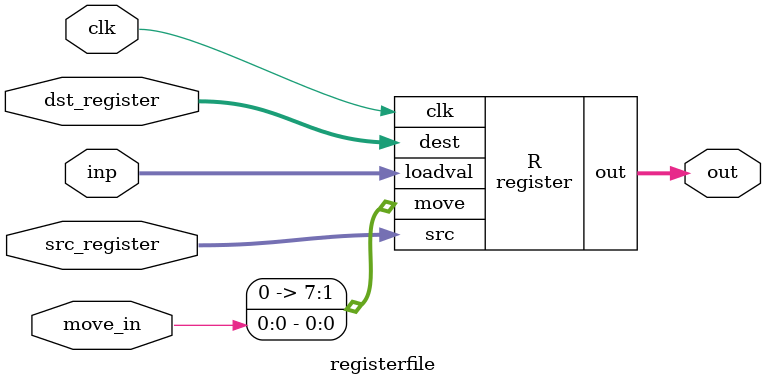
<source format=v>
module register(src,dest,loadval,move,out,clk);
    input [2:0] src;
    input [2:0] dest;
    input [15:0] loadval;
    input [7:0] move;
    input clk;
    output [15:0] out;
    reg [15:0] out;
    reg [15:0] registers [7:0];
    parameter high=16'bzzzzzzzzzzzzzzzz;
    always @(posedge clk)
    begin
        if(move==0)
            registers[dest]=loadval;
        if(move)
        begin
            out=registers[src];
            $monitor("Out=%d",out);
            registers[dest]=out;
        end
        else 
            out=high;
     end
endmodule

module registerfile(src_register,dst_register,move_in,inp,out,clk);
    input [2:0] src_register;
    input [2:0] dst_register;
    input move_in;
    input [15:0] inp;
    output [15:0] out;
    input clk;
    reg [15:0] temp;
    register R (src_register, dst_register,inp,move_in,out,clk);
    
endmodule
            
            
</source>
